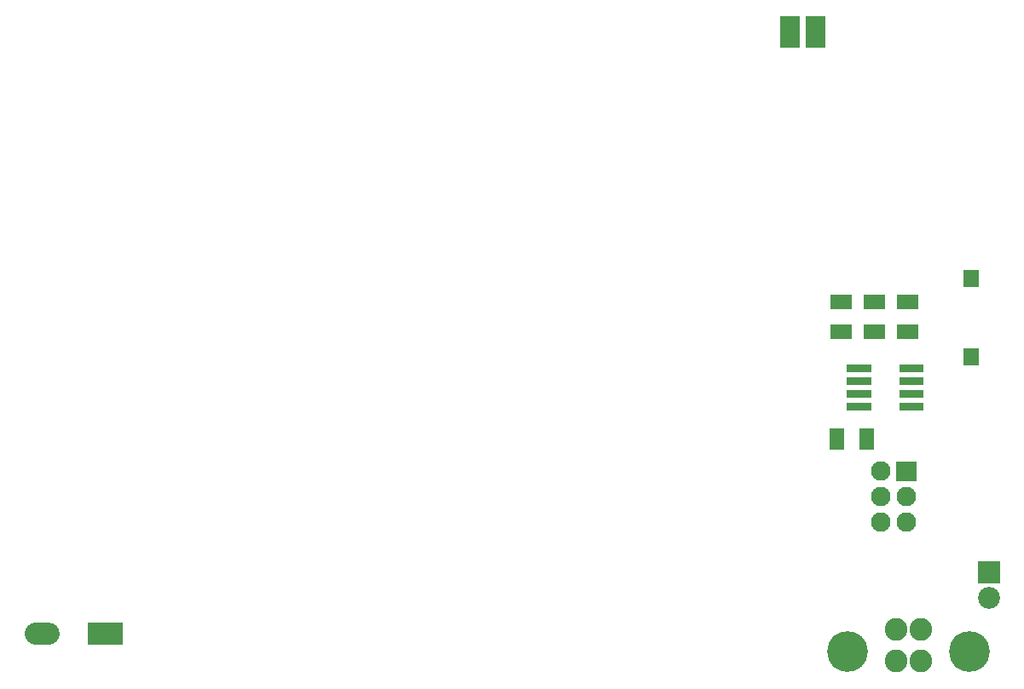
<source format=gbs>
G04 start of page 2 for group 11 layer_idx 11 *
G04 Title: (unknown), bottom_mask *
G04 Creator: pcb-rnd 3.1.4-dev *
G04 CreationDate: 2024-02-06 06:50:58 UTC *
G04 For: STEM4ukraine *
G04 Format: Gerber/RS-274X *
G04 PCB-Dimensions: 393701 393701 *
G04 PCB-Coordinate-Origin: lower left *
%MOIN*%
%FSLAX25Y25*%
%LNBOTTOM_MASK_NONE_11*%
%ADD81C,0.0769*%
%ADD80C,0.0887*%
%ADD79C,0.1595*%
%ADD78C,0.0001*%
%ADD77C,0.0860*%
G54D77*X18110Y27165D02*X12953D01*
G54D78*G36*
X47253Y22865D02*X33453D01*
Y31465D01*
X47253D01*
Y22865D01*
G37*
G36*
X336905Y159945D02*Y154227D01*
X344985D01*
Y159945D01*
X336905D01*
G37*
G36*
X349897Y159945D02*Y154227D01*
X357977D01*
Y159945D01*
X349897D01*
G37*
G36*
X375684Y162889D02*Y169394D01*
X381796D01*
Y162889D01*
X375684D01*
G37*
G36*
X330177Y132484D02*X339677D01*
Y129484D01*
X330177D01*
Y132484D01*
G37*
G36*
X336905Y148135D02*Y142417D01*
X344985D01*
Y148135D01*
X336905D01*
G37*
G36*
X349897Y148135D02*Y142417D01*
X357977D01*
Y148135D01*
X349897D01*
G37*
G36*
X375684Y132180D02*Y138686D01*
X381796D01*
Y132180D01*
X375684D01*
G37*
G36*
X330177Y127484D02*X339677D01*
Y124484D01*
X330177D01*
Y127484D01*
G37*
G36*
X360177Y124484D02*X350677D01*
Y127484D01*
X360177D01*
Y124484D01*
G37*
G36*
Y129484D02*X350677D01*
Y132484D01*
X360177D01*
Y129484D01*
G37*
G36*
X330177Y122484D02*X339677D01*
Y119484D01*
X330177D01*
Y122484D01*
G37*
G36*
X360177Y119484D02*X350677D01*
Y122484D01*
X360177D01*
Y119484D01*
G37*
G36*
X331993Y154227D02*Y159945D01*
X323913D01*
Y154227D01*
X331993D01*
G37*
G36*
Y142417D02*Y148135D01*
X323913D01*
Y142417D01*
X331993D01*
G37*
G36*
X330177Y117484D02*X339677D01*
Y114484D01*
X330177D01*
Y117484D01*
G37*
G36*
X360177Y114484D02*X350677D01*
Y117484D01*
X360177D01*
Y114484D01*
G37*
G36*
X335133Y99306D02*X340851D01*
Y107386D01*
X335133D01*
Y99306D01*
G37*
G36*
X323323D02*X329041D01*
Y107386D01*
X323323D01*
Y99306D01*
G37*
G54D79*X377953Y20079D03*
X330551D03*
G54D80*X349331Y28937D03*
Y16339D03*
X359173D03*
Y28937D03*
G54D78*G36*
X357410Y86802D02*X349598D01*
Y94615D01*
X357410D01*
Y86802D01*
G37*
G54D81*X353504Y80709D03*
X343504D03*
X353504Y70709D03*
X343504D03*
Y90709D03*
G54D78*G36*
X311717Y256354D02*X304228D01*
Y268765D01*
X311717D01*
Y256354D01*
G37*
G36*
X321717D02*X314228D01*
Y268765D01*
X321717D01*
Y256354D01*
G37*
G36*
X390127Y46881D02*X381527D01*
Y55481D01*
X390127D01*
Y46881D01*
G37*
G54D77*X385827Y41181D03*
M02*

</source>
